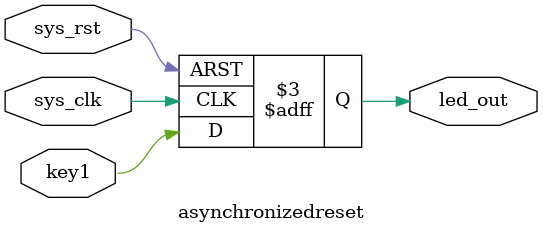
<source format=v>
module asynchronizedreset
(
input wire sys_rst,
input wire key1,
input wire sys_clk,

output reg led_out
);

always@(posedge sys_clk or negedge sys_rst)
if(!sys_rst)
led_out <=1'b1;
else
led_out <=key1;

endmodule
</source>
